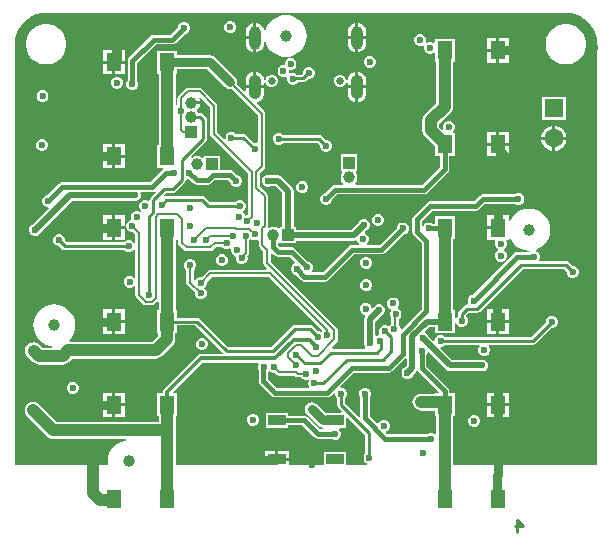
<source format=gbl>
G04*
G04 #@! TF.GenerationSoftware,Altium Limited,Altium Designer,22.10.1 (41)*
G04*
G04 Layer_Physical_Order=4*
G04 Layer_Color=16711680*
%FSLAX44Y44*%
%MOMM*%
G71*
G04*
G04 #@! TF.SameCoordinates,6FA54AF5-B1EA-40D0-AA23-297218595CE5*
G04*
G04*
G04 #@! TF.FilePolarity,Positive*
G04*
G01*
G75*
%ADD13C,0.2540*%
%ADD88C,0.5080*%
%ADD89C,0.7620*%
%ADD90C,1.0160*%
%ADD91C,0.2032*%
%ADD92C,0.3048*%
%ADD96C,0.3810*%
%ADD105R,1.0000X1.0000*%
%ADD106C,1.0000*%
%ADD107R,1.0000X1.0000*%
%ADD108C,0.6500*%
%ADD109O,1.0500X2.1000*%
%ADD110O,1.0000X2.0000*%
%ADD111C,1.6000*%
%ADD112R,1.6000X1.6000*%
%ADD113C,0.6000*%
%ADD114C,0.6600*%
%ADD115R,1.3000X1.5500*%
%ADD116R,1.5000X0.9000*%
G36*
X224170Y221325D02*
X228236Y220349D01*
X232100Y218748D01*
X235666Y216563D01*
X238847Y213847D01*
X241563Y210666D01*
X243748Y207100D01*
X245349Y203236D01*
X246325Y199170D01*
X246652Y195020D01*
X246633Y195000D01*
X246633D01*
X246890Y193712D01*
X247619Y192619D01*
X247024Y191490D01*
X246890Y191288D01*
X246633Y190000D01*
Y-161000D01*
X124673D01*
Y-120032D01*
X126032D01*
Y-100468D01*
X121514D01*
Y-98500D01*
X121209Y-96964D01*
X120338Y-95662D01*
X102098Y-77421D01*
Y-68018D01*
X102350Y-67766D01*
X102950Y-66317D01*
X104289Y-65860D01*
X118726Y-80296D01*
X120238Y-81307D01*
X122022Y-81662D01*
X147105D01*
X147999Y-82032D01*
X150001D01*
X151850Y-81266D01*
X153266Y-79850D01*
X154032Y-78001D01*
Y-75999D01*
X153266Y-74150D01*
X151850Y-72734D01*
X150001Y-71968D01*
X147999D01*
X147105Y-72338D01*
X123953D01*
X113917Y-62302D01*
X114443Y-61032D01*
X115001D01*
X116850Y-60266D01*
X117750Y-59367D01*
X146721D01*
X147247Y-60637D01*
X146734Y-61150D01*
X145968Y-62999D01*
Y-65001D01*
X146734Y-66850D01*
X148150Y-68266D01*
X149999Y-69032D01*
X152001D01*
X153850Y-68266D01*
X155266Y-66850D01*
X156032Y-65001D01*
Y-62999D01*
X155266Y-61150D01*
X154753Y-60637D01*
X155279Y-59367D01*
X192000D01*
X193288Y-59110D01*
X194381Y-58381D01*
X207729Y-45032D01*
X209001D01*
X210850Y-44266D01*
X212266Y-42850D01*
X213032Y-41001D01*
Y-38999D01*
X212266Y-37150D01*
X210850Y-35734D01*
X209001Y-34968D01*
X206999D01*
X205150Y-35734D01*
X203734Y-37150D01*
X202968Y-38999D01*
Y-40271D01*
X190606Y-52633D01*
X117750D01*
X116850Y-51734D01*
X115001Y-50968D01*
X112999D01*
X111150Y-51734D01*
X109734Y-53150D01*
X108968Y-54999D01*
Y-55557D01*
X107698Y-56083D01*
X103502Y-51887D01*
X103131Y-50993D01*
X101716Y-49577D01*
X101076Y-49312D01*
X100778Y-47814D01*
X104181Y-44412D01*
X108968D01*
Y-49532D01*
X126032D01*
Y-41060D01*
X127302Y-40807D01*
X127734Y-41850D01*
X129150Y-43266D01*
X130999Y-44032D01*
X133001D01*
X134850Y-43266D01*
X136266Y-41850D01*
X137032Y-40001D01*
Y-37999D01*
X136266Y-36150D01*
X135367Y-35250D01*
Y-34395D01*
X137476Y-32286D01*
X145081D01*
X146369Y-32029D01*
X147462Y-31300D01*
X183395Y4633D01*
X218605D01*
X220968Y2271D01*
Y999D01*
X221734Y-850D01*
X223150Y-2266D01*
X224999Y-3032D01*
X227001D01*
X228850Y-2266D01*
X230266Y-850D01*
X231032Y999D01*
Y3001D01*
X230266Y4850D01*
X228850Y6266D01*
X227001Y7032D01*
X225729D01*
X222381Y10381D01*
X221288Y11110D01*
X220000Y11367D01*
X198142D01*
X197468Y12637D01*
X198032Y13999D01*
Y16001D01*
X197266Y17850D01*
X195850Y19266D01*
X194425Y19856D01*
X194491Y21204D01*
X195794Y21599D01*
X198863Y23239D01*
X201553Y25447D01*
X203761Y28137D01*
X205401Y31206D01*
X206411Y34537D01*
X206752Y38000D01*
X206411Y41463D01*
X205401Y44794D01*
X203761Y47863D01*
X201553Y50553D01*
X198863Y52761D01*
X195794Y54401D01*
X192463Y55411D01*
X189000Y55753D01*
X185537Y55411D01*
X182206Y54401D01*
X179137Y52761D01*
X176447Y50553D01*
X174239Y47863D01*
X172810Y45189D01*
X171540Y45507D01*
Y50040D01*
X163770D01*
Y39750D01*
X162500D01*
Y38480D01*
X153460D01*
Y29460D01*
X159683D01*
X160459Y28190D01*
X159967Y27002D01*
Y25000D01*
X160733Y23150D01*
X162149Y21735D01*
X162387Y21636D01*
Y20366D01*
X162150Y20268D01*
X160734Y18852D01*
X159968Y17003D01*
Y15001D01*
X160734Y13151D01*
X162150Y11736D01*
X163999Y10970D01*
X166001D01*
X167850Y11736D01*
X169266Y13151D01*
X170032Y15001D01*
Y17003D01*
X169266Y18852D01*
X167850Y20268D01*
X167612Y20366D01*
Y21636D01*
X167850Y21735D01*
X169265Y23150D01*
X170031Y25000D01*
Y27002D01*
X169539Y28190D01*
X170316Y29460D01*
X171540D01*
Y30493D01*
X172810Y30812D01*
X174239Y28137D01*
X176447Y25447D01*
X179137Y23239D01*
X182206Y21599D01*
X185537Y20589D01*
X188629Y20284D01*
X188566Y19014D01*
X179000D01*
X177464Y18709D01*
X176162Y17838D01*
X141355Y-16968D01*
X140999D01*
X139150Y-17734D01*
X137734Y-19150D01*
X136968Y-20999D01*
Y-23001D01*
X137499Y-24282D01*
X136777Y-25552D01*
X136081D01*
X134793Y-25809D01*
X133700Y-26538D01*
X129619Y-30619D01*
X128890Y-31712D01*
X128633Y-33000D01*
Y-35250D01*
X127734Y-36150D01*
X127302Y-37193D01*
X126032Y-36940D01*
Y-29968D01*
X124673D01*
Y29968D01*
X126032D01*
Y49532D01*
X108968D01*
Y43014D01*
X107102D01*
X106850Y43266D01*
X105001Y44032D01*
X102999D01*
X101150Y43266D01*
X99734Y41850D01*
X99284Y40764D01*
X98014Y41017D01*
Y45337D01*
X106663Y53986D01*
X144000D01*
X145536Y54291D01*
X146838Y55162D01*
X151663Y59986D01*
X176898D01*
X177150Y59734D01*
X178999Y58968D01*
X181001D01*
X182850Y59734D01*
X184266Y61150D01*
X185032Y62999D01*
Y65001D01*
X184266Y66850D01*
X182850Y68266D01*
X181001Y69032D01*
X178999D01*
X177150Y68266D01*
X176898Y68014D01*
X150000D01*
X148464Y67709D01*
X147162Y66838D01*
X142337Y62014D01*
X105000D01*
X103464Y61709D01*
X102162Y60838D01*
X91162Y49838D01*
X90291Y48536D01*
X89986Y47000D01*
Y36000D01*
X90291Y34464D01*
X91162Y33162D01*
X97986Y26337D01*
Y-29177D01*
X81302Y-45861D01*
X80032Y-45335D01*
Y-45095D01*
X79266Y-43246D01*
X78559Y-42538D01*
Y-37689D01*
X78752Y-37609D01*
X80168Y-36193D01*
X80934Y-34344D01*
Y-32342D01*
X80168Y-30492D01*
X78752Y-29077D01*
X78245Y-28867D01*
X77997Y-27621D01*
X78267Y-27351D01*
X79033Y-25502D01*
Y-23500D01*
X78267Y-21650D01*
X76851Y-20235D01*
X75002Y-19469D01*
X73000D01*
X71150Y-20235D01*
X69735Y-21650D01*
X68969Y-23500D01*
Y-25502D01*
X69735Y-27351D01*
X71150Y-28767D01*
X71658Y-28977D01*
X71906Y-30223D01*
X71636Y-30492D01*
X70870Y-32342D01*
Y-34344D01*
X71636Y-36193D01*
X72343Y-36900D01*
Y-41750D01*
X72150Y-41830D01*
X70734Y-43246D01*
X70593Y-43586D01*
X69850Y-43734D01*
X68001Y-42968D01*
X65999D01*
X64150Y-43734D01*
X62734Y-45150D01*
X61968Y-46999D01*
Y-49001D01*
X62257Y-49698D01*
X61999Y-50968D01*
X60150Y-51734D01*
X59932Y-51952D01*
X58662Y-51426D01*
Y-39931D01*
X64065Y-34527D01*
X64850Y-34202D01*
X66266Y-32786D01*
X67032Y-30937D01*
Y-28935D01*
X66266Y-27086D01*
X64850Y-25670D01*
X63001Y-24904D01*
X60999D01*
X59150Y-25670D01*
X57734Y-27086D01*
X57318Y-28089D01*
X56706Y-28701D01*
X55533Y-28215D01*
Y-27998D01*
X54767Y-26149D01*
X53351Y-24733D01*
X51502Y-23967D01*
X49500D01*
X47650Y-24733D01*
X46235Y-26149D01*
X45469Y-27998D01*
Y-30000D01*
X46235Y-31850D01*
X47650Y-33265D01*
X49500Y-34031D01*
X49626D01*
X50305Y-35301D01*
X49693Y-36216D01*
X49338Y-38000D01*
Y-56105D01*
X48968Y-56999D01*
Y-59001D01*
X49734Y-60850D01*
X50247Y-61363D01*
X49721Y-62633D01*
X22558D01*
X22032Y-61363D01*
X26246Y-57150D01*
X26919Y-56141D01*
X27156Y-54952D01*
Y-47301D01*
X26919Y-46111D01*
X26246Y-45103D01*
X-29892Y11035D01*
Y17556D01*
X-28719Y18042D01*
X-26838Y16162D01*
X-25536Y15291D01*
X-24000Y14986D01*
X-13663D01*
X-9442Y10766D01*
X-9740Y9268D01*
X-10716Y8863D01*
X-12132Y7448D01*
X-12898Y5598D01*
Y3596D01*
X-12132Y1747D01*
X-10716Y331D01*
X-8867Y-435D01*
X-8511D01*
X-4107Y-4838D01*
X-2804Y-5709D01*
X-1268Y-6014D01*
X16000D01*
X17536Y-5709D01*
X18838Y-4838D01*
X40663Y16986D01*
X64000D01*
X65536Y17291D01*
X66838Y18162D01*
X82645Y33968D01*
X83001D01*
X84850Y34734D01*
X86266Y36150D01*
X87032Y37999D01*
Y40001D01*
X86266Y41850D01*
X84850Y43266D01*
X83001Y44032D01*
X80999D01*
X79150Y43266D01*
X77734Y41850D01*
X76968Y40001D01*
Y39645D01*
X62337Y25014D01*
X51926D01*
X51400Y26284D01*
X52266Y27150D01*
X53032Y28999D01*
Y31001D01*
X52266Y32850D01*
X50850Y34266D01*
X50005Y34616D01*
X49707Y36114D01*
X50956Y37364D01*
X51850Y37734D01*
X53266Y39150D01*
X54032Y40999D01*
Y43001D01*
X53266Y44850D01*
X51850Y46266D01*
X50001Y47032D01*
X47999D01*
X46150Y46266D01*
X44734Y44850D01*
X44364Y43956D01*
X38469Y38061D01*
X-8128D01*
Y40432D01*
X-10498D01*
Y71160D01*
X-10853Y72944D01*
X-11864Y74456D01*
X-20172Y82764D01*
X-21684Y83775D01*
X-23468Y84130D01*
X-30105D01*
X-30999Y84500D01*
X-33001D01*
X-34850Y83734D01*
X-36266Y82318D01*
X-37032Y80469D01*
Y78467D01*
X-36266Y76618D01*
X-34850Y75202D01*
X-33001Y74436D01*
X-30999D01*
X-30105Y74806D01*
X-25399D01*
X-19822Y69229D01*
Y40432D01*
X-22192D01*
Y39504D01*
X-22558Y39352D01*
X-23462Y39096D01*
X-24946Y39953D01*
X-26734Y40432D01*
X-28586D01*
X-30374Y39953D01*
X-31050Y39563D01*
X-31724Y40049D01*
X-32052Y40451D01*
X-31844Y41495D01*
Y66399D01*
X-32081Y67588D01*
X-32754Y68596D01*
X-38828Y74670D01*
Y85777D01*
X-35254Y89351D01*
X-34581Y90359D01*
X-34344Y91548D01*
Y136169D01*
X-34581Y137358D01*
X-35254Y138366D01*
X-41730Y144842D01*
X-41322Y146044D01*
X-41168Y146065D01*
X-39273Y146849D01*
X-37646Y148098D01*
X-36398Y149725D01*
X-35612Y151620D01*
X-35345Y153654D01*
Y157634D01*
X-43202D01*
X-51059D01*
Y155830D01*
X-52232Y155344D01*
X-58307Y161419D01*
X-58043Y162749D01*
X-58496Y165029D01*
X-59787Y166961D01*
X-76788Y183962D01*
X-78720Y185253D01*
X-81000Y185707D01*
X-108968D01*
Y189532D01*
X-126032D01*
Y169968D01*
X-124673D01*
Y110032D01*
X-126032D01*
Y90468D01*
X-121009D01*
X-120827Y90235D01*
X-121103Y88522D01*
X-121257Y88419D01*
X-131663Y78014D01*
X-206438D01*
X-207974Y77709D01*
X-209276Y76838D01*
X-218840Y67275D01*
X-219196D01*
X-221045Y66509D01*
X-222461Y65093D01*
X-223227Y63244D01*
Y61242D01*
X-222461Y59392D01*
X-221045Y57977D01*
X-219196Y57211D01*
X-218178D01*
X-217652Y55941D01*
X-230956Y42636D01*
X-231850Y42266D01*
X-233266Y40850D01*
X-234032Y39001D01*
Y36999D01*
X-233266Y35150D01*
X-231850Y33734D01*
X-230001Y32968D01*
X-227999D01*
X-226150Y33734D01*
X-224734Y35150D01*
X-224364Y36044D01*
X-198069Y62338D01*
X-146895D01*
X-146001Y61968D01*
X-143999D01*
X-142150Y62734D01*
X-140734Y64150D01*
X-139968Y65999D01*
Y68001D01*
X-140264Y68716D01*
X-139416Y69986D01*
X-130000D01*
X-128464Y70291D01*
X-127867Y70690D01*
X-127058Y69704D01*
X-131523Y65238D01*
X-132253Y64146D01*
X-132433Y63239D01*
X-132464Y63198D01*
X-133350Y62639D01*
X-133779Y62527D01*
X-134999Y63032D01*
X-137001D01*
X-138850Y62266D01*
X-140266Y60850D01*
X-141032Y59001D01*
Y56999D01*
X-140266Y55150D01*
X-139300Y54184D01*
X-140150Y53266D01*
X-141999Y54032D01*
X-144001D01*
X-145850Y53266D01*
X-147266Y51850D01*
X-148032Y50001D01*
Y47999D01*
X-147743Y47302D01*
X-148001Y46032D01*
X-149850Y45266D01*
X-151266Y43850D01*
X-152032Y42001D01*
Y39999D01*
X-151266Y38150D01*
X-149850Y36734D01*
X-148001Y35968D01*
X-146363D01*
X-144360Y33965D01*
Y26852D01*
X-145630Y26600D01*
X-145734Y26850D01*
X-147150Y28266D01*
X-148999Y29032D01*
X-151001D01*
X-152850Y28266D01*
X-153750Y27367D01*
X-202605D01*
X-203968Y28729D01*
Y30001D01*
X-204734Y31850D01*
X-206150Y33266D01*
X-207999Y34032D01*
X-210001D01*
X-211850Y33266D01*
X-213266Y31850D01*
X-214032Y30001D01*
Y27999D01*
X-213266Y26150D01*
X-211850Y24734D01*
X-210001Y23968D01*
X-208729D01*
X-206381Y21619D01*
X-205288Y20890D01*
X-204000Y20633D01*
X-153750D01*
X-152850Y19734D01*
X-151001Y18968D01*
X-148999D01*
X-147150Y19734D01*
X-145734Y21150D01*
X-145630Y21400D01*
X-144360Y21148D01*
Y-1976D01*
X-145630Y-2502D01*
X-146398Y-1734D01*
X-148248Y-968D01*
X-150250D01*
X-152099Y-1734D01*
X-153515Y-3150D01*
X-154281Y-4999D01*
Y-7001D01*
X-153515Y-8850D01*
X-152099Y-10266D01*
X-150250Y-11032D01*
X-148248D01*
X-146398Y-10266D01*
X-145630Y-9498D01*
X-144360Y-10024D01*
Y-17300D01*
X-144124Y-18490D01*
X-143450Y-19498D01*
X-137703Y-25245D01*
X-136694Y-25919D01*
X-135505Y-26156D01*
X-130495D01*
X-129306Y-25919D01*
X-128297Y-25245D01*
X-125943Y-22891D01*
X-124673Y-23417D01*
Y-29968D01*
X-126032D01*
Y-49532D01*
X-125040D01*
Y-51895D01*
X-129971Y-56827D01*
X-199997D01*
X-200452Y-55557D01*
X-200447Y-55553D01*
X-198239Y-52863D01*
X-196599Y-49794D01*
X-195589Y-46463D01*
X-195247Y-43000D01*
X-195589Y-39537D01*
X-196599Y-36206D01*
X-198239Y-33137D01*
X-200447Y-30447D01*
X-203137Y-28239D01*
X-206206Y-26599D01*
X-209537Y-25589D01*
X-213000Y-25247D01*
X-216463Y-25589D01*
X-219794Y-26599D01*
X-222863Y-28239D01*
X-225553Y-30447D01*
X-227761Y-33137D01*
X-229401Y-36206D01*
X-230411Y-39537D01*
X-230753Y-43000D01*
X-230411Y-46463D01*
X-229401Y-49794D01*
X-227761Y-52863D01*
X-225553Y-55553D01*
X-222863Y-57761D01*
X-219794Y-59401D01*
X-216463Y-60411D01*
X-214988Y-60557D01*
X-215051Y-61827D01*
X-223030D01*
X-225429Y-59429D01*
X-226914Y-58288D01*
X-228644Y-57572D01*
X-230501Y-57327D01*
X-232357Y-57572D01*
X-234088Y-58288D01*
X-235573Y-59429D01*
X-236713Y-60914D01*
X-237430Y-62644D01*
X-237674Y-64501D01*
X-237430Y-66357D01*
X-236713Y-68088D01*
X-235573Y-69573D01*
X-231074Y-74072D01*
X-229588Y-75212D01*
X-227858Y-75929D01*
X-226002Y-76173D01*
X-206000D01*
X-204143Y-75929D01*
X-202413Y-75212D01*
X-200928Y-74072D01*
X-198029Y-71173D01*
X-127000D01*
X-125143Y-70929D01*
X-123413Y-70212D01*
X-121928Y-69072D01*
X-112794Y-59939D01*
X-111654Y-58453D01*
X-110937Y-56723D01*
X-110693Y-54866D01*
Y-49532D01*
X-108968D01*
Y-43117D01*
X-93645D01*
X-70560Y-66201D01*
X-71046Y-67374D01*
X-89000D01*
X-89000Y-67374D01*
X-90387Y-67650D01*
X-91564Y-68436D01*
X-91564Y-68436D01*
X-120064Y-96936D01*
X-120850Y-98112D01*
X-121126Y-99500D01*
X-121890Y-100468D01*
X-126032D01*
Y-120032D01*
X-124673D01*
Y-124827D01*
X-211029D01*
X-225928Y-109928D01*
X-227413Y-108788D01*
X-229143Y-108071D01*
X-231000Y-107827D01*
X-232857Y-108071D01*
X-234587Y-108788D01*
X-236072Y-109928D01*
X-237212Y-111413D01*
X-237929Y-113143D01*
X-238173Y-115000D01*
X-237929Y-116857D01*
X-237212Y-118587D01*
X-236072Y-120072D01*
X-219072Y-137072D01*
X-217587Y-138212D01*
X-215857Y-138929D01*
X-214000Y-139173D01*
X-152051D01*
X-151988Y-140443D01*
X-153463Y-140589D01*
X-156794Y-141599D01*
X-159863Y-143239D01*
X-162553Y-145447D01*
X-164761Y-148137D01*
X-166401Y-151206D01*
X-167411Y-154537D01*
X-167752Y-158000D01*
X-167550Y-160059D01*
X-168403Y-161000D01*
X-246633D01*
Y193739D01*
X-246633Y193746D01*
X-246633Y195000D01*
X-246556Y196238D01*
X-246325Y199170D01*
X-245349Y203236D01*
X-243748Y207100D01*
X-241563Y210666D01*
X-238847Y213847D01*
X-235666Y216563D01*
X-232100Y218748D01*
X-228236Y220349D01*
X-224170Y221325D01*
X-220072Y221647D01*
X-220000Y221633D01*
X220000D01*
X220072Y221647D01*
X224170Y221325D01*
D02*
G37*
G36*
X-68211Y158538D02*
X-66279Y157246D01*
X-63999Y156793D01*
X-62724Y157046D01*
X-40560Y134882D01*
Y112103D01*
X-41830Y111255D01*
X-42499Y111532D01*
X-43771D01*
X-50619Y118381D01*
X-51712Y119110D01*
X-53000Y119367D01*
X-59250D01*
X-60150Y120266D01*
X-61999Y121032D01*
X-64001D01*
X-65850Y120266D01*
X-67266Y118850D01*
X-68032Y117001D01*
Y115223D01*
X-68653Y114788D01*
X-69205Y114600D01*
X-74892Y120287D01*
Y143000D01*
X-75129Y144189D01*
X-75802Y145197D01*
X-87802Y157198D01*
X-88811Y157871D01*
X-90000Y158108D01*
X-100000D01*
X-101189Y157871D01*
X-102198Y157198D01*
X-107957Y151438D01*
X-108630Y150430D01*
X-108867Y149241D01*
Y143356D01*
X-109057Y143229D01*
X-110327Y143908D01*
Y169968D01*
X-108968D01*
Y173794D01*
X-83467D01*
X-68211Y158538D01*
D02*
G37*
G36*
X-81108Y141713D02*
Y119000D01*
X-80871Y117811D01*
X-80197Y116803D01*
X-49108Y85713D01*
Y50287D01*
X-49363Y50032D01*
X-51001D01*
X-51627Y49773D01*
X-51968Y50001D01*
X-52734Y51850D01*
X-53196Y52312D01*
X-53198Y53686D01*
X-53054Y53830D01*
X-51782Y55102D01*
X-51016Y56951D01*
Y58953D01*
X-51782Y60802D01*
X-53198Y62218D01*
X-55047Y62984D01*
X-57049D01*
X-58898Y62218D01*
X-59798Y61319D01*
X-81558D01*
X-85619Y65381D01*
X-86712Y66110D01*
X-88000Y66367D01*
X-118382D01*
X-119248Y66194D01*
X-119874Y67365D01*
X-118335Y68904D01*
X-112729D01*
X-111441Y69160D01*
X-110349Y69890D01*
X-102836Y77403D01*
X-102106Y78495D01*
X-101850Y79783D01*
Y80396D01*
X-100580Y81244D01*
X-99916Y80969D01*
X-99237D01*
X-95429Y77162D01*
X-94127Y76291D01*
X-92591Y75986D01*
X-83000D01*
X-81464Y76291D01*
X-80162Y77162D01*
X-76900Y80423D01*
X-66309D01*
X-63865Y77978D01*
X-63266Y76532D01*
X-61850Y75117D01*
X-60001Y74351D01*
X-57999D01*
X-56150Y75117D01*
X-54734Y76532D01*
X-53968Y78382D01*
Y80384D01*
X-54734Y82233D01*
X-56150Y83649D01*
X-57999Y84415D01*
X-58948D01*
X-61808Y87275D01*
X-63111Y88146D01*
X-64647Y88451D01*
X-72608D01*
Y100432D01*
X-86672D01*
Y99503D01*
X-87038Y99352D01*
X-87942Y99096D01*
X-89426Y99953D01*
X-91214Y100432D01*
X-93066D01*
X-94854Y99953D01*
X-96458Y99027D01*
X-97284Y99955D01*
X-84619Y112619D01*
X-83890Y113712D01*
X-83633Y115000D01*
Y131000D01*
X-83890Y132288D01*
X-84619Y133381D01*
X-87297Y136059D01*
X-88390Y136788D01*
X-89678Y137045D01*
X-91215D01*
X-91373Y137318D01*
X-92171Y138115D01*
X-92341Y139270D01*
X-92087Y139750D01*
X-90967Y140870D01*
X-89974Y142590D01*
X-89534Y144230D01*
X-97000D01*
Y146770D01*
X-89534D01*
X-89974Y148410D01*
X-90483Y149292D01*
X-89466Y150071D01*
X-81108Y141713D01*
D02*
G37*
G36*
X43263Y28287D02*
X43734Y27150D01*
X44600Y26284D01*
X44074Y25014D01*
X39000D01*
X37464Y24709D01*
X36162Y23838D01*
X14337Y2014D01*
X5790D01*
X5322Y3284D01*
X6032Y4999D01*
Y7001D01*
X5266Y8850D01*
X3850Y10266D01*
X2001Y11032D01*
X1645D01*
X-9162Y21838D01*
X-10464Y22709D01*
X-12000Y23014D01*
X-22337D01*
X-23986Y24663D01*
Y26623D01*
X-23462Y26999D01*
X-22192Y26368D01*
Y26368D01*
X-8128D01*
Y28738D01*
X40400D01*
X41699Y28997D01*
X42312Y28998D01*
X43263Y28287D01*
D02*
G37*
G36*
X-45566Y29596D02*
X-44049Y28968D01*
X-42047D01*
X-41378Y29245D01*
X-40108Y28397D01*
Y25000D01*
X-39871Y23811D01*
X-39197Y22803D01*
X-36108Y19713D01*
Y9747D01*
X-35871Y8558D01*
X-35198Y7550D01*
X-32929Y5281D01*
X-33415Y4108D01*
X-81000D01*
X-82189Y3871D01*
X-83197Y3198D01*
X-88363Y-1968D01*
X-90001D01*
X-91850Y-2734D01*
X-93266Y-4150D01*
X-93622Y-5010D01*
X-94892Y-4757D01*
Y3943D01*
X-93734Y5102D01*
X-92968Y6951D01*
Y8953D01*
X-93734Y10802D01*
X-95150Y12218D01*
X-96999Y12984D01*
X-99001D01*
X-100850Y12218D01*
X-102266Y10802D01*
X-103032Y8953D01*
Y6951D01*
X-102266Y5102D01*
X-101108Y3943D01*
Y-6967D01*
X-100871Y-8156D01*
X-100197Y-9165D01*
X-93999Y-15363D01*
Y-17001D01*
X-93233Y-18850D01*
X-91818Y-20266D01*
X-89968Y-21032D01*
X-87966D01*
X-86117Y-20266D01*
X-84701Y-18850D01*
X-83935Y-17001D01*
Y-14999D01*
X-84701Y-13150D01*
X-85538Y-12313D01*
X-86002Y-11519D01*
X-85538Y-10654D01*
X-84734Y-9850D01*
X-83968Y-8001D01*
Y-6363D01*
X-79713Y-2108D01*
X-31287D01*
X14228Y-47623D01*
X13734Y-48117D01*
X13509Y-48661D01*
X12902Y-48782D01*
X11052Y-48016D01*
X9780D01*
X5614Y-43849D01*
X4522Y-43120D01*
X3233Y-42863D01*
X-9230D01*
X-10518Y-43120D01*
X-11611Y-43849D01*
X-29395Y-61633D01*
X-65606D01*
X-89869Y-37369D01*
X-90962Y-36640D01*
X-92250Y-36383D01*
X-108968D01*
Y-29968D01*
X-110327D01*
Y29070D01*
X-110005Y29392D01*
X-108406Y29371D01*
X-108108Y29054D01*
Y27000D01*
X-107871Y25811D01*
X-107198Y24802D01*
X-103149Y20754D01*
X-102141Y20081D01*
X-100952Y19844D01*
X-81048D01*
X-79859Y20081D01*
X-78850Y20754D01*
X-75870Y23735D01*
X-71166D01*
X-70008Y22577D01*
X-68158Y21811D01*
X-66157D01*
X-64761Y22388D01*
X-64266Y22128D01*
X-63642Y21600D01*
X-63632Y21586D01*
Y19794D01*
X-62866Y17944D01*
X-61451Y16529D01*
X-60359Y16077D01*
X-59475Y14891D01*
Y12889D01*
X-58709Y11040D01*
X-57294Y9624D01*
X-55444Y8858D01*
X-53443D01*
X-51593Y9624D01*
X-50177Y11040D01*
X-49411Y12889D01*
Y14891D01*
X-49619Y15393D01*
X-48820Y16193D01*
X-48146Y17201D01*
X-47909Y18390D01*
Y28895D01*
X-46751Y30054D01*
X-45566Y29596D01*
D02*
G37*
G36*
X-29850Y-82266D02*
X-28001Y-83032D01*
X-26363D01*
X-24677Y-84718D01*
X-23669Y-85391D01*
X-22480Y-85628D01*
X-9804D01*
X-9234Y-86198D01*
X-8226Y-86871D01*
X-7037Y-87108D01*
X-4009D01*
X-2850Y-88266D01*
X-1001Y-89032D01*
X1001D01*
X1493Y-88828D01*
X2465Y-89800D01*
X1968Y-90999D01*
Y-93001D01*
X2678Y-94716D01*
X2210Y-95986D01*
X-24337D01*
X-32101Y-88222D01*
Y-82102D01*
X-31428Y-81429D01*
X-30810Y-81306D01*
X-29850Y-82266D01*
D02*
G37*
G36*
X-40029Y-75896D02*
X-40726Y-77578D01*
Y-79580D01*
X-40129Y-81021D01*
Y-89885D01*
X-39824Y-91421D01*
X-38954Y-92723D01*
X-28838Y-102838D01*
X-27536Y-103709D01*
X-26000Y-104014D01*
X18000D01*
X19536Y-103709D01*
X20838Y-102838D01*
X23712Y-99965D01*
X24968Y-100505D01*
Y-102001D01*
X25734Y-103850D01*
X26633Y-104750D01*
Y-110732D01*
X26890Y-112020D01*
X27619Y-113112D01*
X30302Y-115795D01*
X29816Y-116968D01*
X16392D01*
X9212Y-109788D01*
X7279Y-108497D01*
X5000Y-108043D01*
X2721Y-108497D01*
X788Y-109788D01*
X-503Y-111721D01*
X-957Y-114000D01*
X-503Y-116279D01*
X788Y-118212D01*
X10288Y-127712D01*
X10288Y-127712D01*
X12220Y-129003D01*
X13898Y-129337D01*
X14061Y-129716D01*
X13224Y-130986D01*
X11663D01*
X1338Y-120662D01*
X36Y-119791D01*
X-1500Y-119486D01*
X-14968D01*
Y-116968D01*
X-34032D01*
Y-130032D01*
X-14968D01*
Y-127514D01*
X-3163D01*
X7162Y-137838D01*
X8464Y-138709D01*
X10000Y-139014D01*
X21898D01*
X22150Y-139266D01*
X23999Y-140032D01*
X26001D01*
X27850Y-139266D01*
X29266Y-137850D01*
X30032Y-136001D01*
Y-133999D01*
X29266Y-132150D01*
X28418Y-131302D01*
X28944Y-130032D01*
X34032D01*
Y-121184D01*
X35205Y-120698D01*
X50433Y-135926D01*
Y-151450D01*
X49534Y-152350D01*
X48768Y-154199D01*
Y-156201D01*
X49534Y-158050D01*
X50950Y-159466D01*
X51587Y-159730D01*
X51335Y-161000D01*
X34032D01*
Y-149968D01*
X14968D01*
Y-161000D01*
X-14460D01*
Y-157770D01*
X-24500D01*
X-34540D01*
Y-161000D01*
X-110327D01*
Y-132000D01*
Y-120032D01*
X-108968D01*
Y-100468D01*
X-111681D01*
X-112167Y-99295D01*
X-87498Y-74626D01*
X-40517D01*
X-40029Y-75896D01*
D02*
G37*
G36*
X85338Y-71135D02*
Y-77069D01*
X84044Y-78364D01*
X83150Y-78734D01*
X81734Y-80150D01*
X80968Y-81999D01*
Y-84001D01*
X81734Y-85850D01*
X83150Y-87266D01*
X84999Y-88032D01*
X87001D01*
X88850Y-87266D01*
X90266Y-85850D01*
X90636Y-84956D01*
X93296Y-82296D01*
X93632Y-81794D01*
X94935Y-81698D01*
X95160Y-81794D01*
X95246Y-81923D01*
X112521Y-99198D01*
X111995Y-100468D01*
X108968D01*
Y-100780D01*
X97333D01*
X95476Y-101025D01*
X93746Y-101741D01*
X92261Y-102881D01*
X91121Y-104367D01*
X90404Y-106097D01*
X90160Y-107954D01*
X90404Y-109810D01*
X91121Y-111540D01*
X92261Y-113026D01*
X93746Y-114166D01*
X95476Y-114882D01*
X97333Y-115127D01*
X108968D01*
Y-120032D01*
X110327D01*
Y-134414D01*
X109057Y-134940D01*
X108850Y-134734D01*
X107001Y-133968D01*
X104999D01*
X103150Y-134734D01*
X102898Y-134986D01*
X68852D01*
X67901Y-134034D01*
X68198Y-132536D01*
X68850Y-132266D01*
X70266Y-130850D01*
X71032Y-129001D01*
Y-126999D01*
X70266Y-125150D01*
X68850Y-123734D01*
X67001Y-122968D01*
X64999D01*
X63150Y-123734D01*
X61734Y-125150D01*
X61464Y-125801D01*
X59966Y-126100D01*
X54014Y-120148D01*
Y-104102D01*
X54266Y-103850D01*
X55032Y-102001D01*
Y-99999D01*
X54266Y-98150D01*
X52850Y-96734D01*
X51001Y-95968D01*
X48999D01*
X47150Y-96734D01*
X45734Y-98150D01*
X44968Y-99999D01*
Y-102001D01*
X45734Y-103850D01*
X45986Y-104102D01*
Y-120160D01*
X44716Y-120687D01*
X33367Y-109337D01*
Y-104750D01*
X34266Y-103850D01*
X35032Y-102001D01*
Y-99999D01*
X34266Y-98150D01*
X32850Y-96734D01*
X31001Y-95968D01*
X29505D01*
X28965Y-94712D01*
X40663Y-83014D01*
X70000D01*
X71536Y-82709D01*
X72838Y-81838D01*
X84068Y-70608D01*
X85338Y-71135D01*
D02*
G37*
%LPC*%
G36*
X-17000Y219753D02*
X-20463Y219411D01*
X-23794Y218401D01*
X-26863Y216761D01*
X-29553Y214553D01*
X-31761Y211863D01*
X-33401Y208794D01*
X-34334Y205720D01*
X-35597Y205704D01*
X-35856Y207672D01*
X-36616Y209507D01*
X-37824Y211082D01*
X-39399Y212290D01*
X-41234Y213050D01*
X-41932Y213142D01*
Y200704D01*
Y188266D01*
X-41234Y188358D01*
X-39399Y189118D01*
X-37824Y190326D01*
X-36616Y191901D01*
X-35856Y193736D01*
X-35597Y195704D01*
Y198070D01*
X-34327Y198258D01*
X-33401Y195206D01*
X-31761Y192137D01*
X-29553Y189447D01*
X-26863Y187239D01*
X-23794Y185599D01*
X-20463Y184589D01*
X-17000Y184248D01*
X-13537Y184589D01*
X-10206Y185599D01*
X-7137Y187239D01*
X-4447Y189447D01*
X-2239Y192137D01*
X-599Y195206D01*
X411Y198537D01*
X752Y202000D01*
X411Y205463D01*
X-599Y208794D01*
X-2239Y211863D01*
X-4447Y214553D01*
X-7137Y216761D01*
X-10206Y218401D01*
X-13537Y219411D01*
X-17000Y219753D01*
D02*
G37*
G36*
X-62998Y214281D02*
X-65000D01*
X-66850Y213515D01*
X-68265Y212099D01*
X-69031Y210250D01*
Y208248D01*
X-68265Y206399D01*
X-66850Y204983D01*
X-65000Y204217D01*
X-62998D01*
X-61149Y204983D01*
X-59733Y206399D01*
X-58967Y208248D01*
Y210250D01*
X-59733Y212099D01*
X-61149Y213515D01*
X-62998Y214281D01*
D02*
G37*
G36*
X44468Y213142D02*
Y201974D01*
X50803D01*
Y205704D01*
X50544Y207672D01*
X49784Y209507D01*
X48576Y211082D01*
X47000Y212290D01*
X45166Y213050D01*
X44468Y213142D01*
D02*
G37*
G36*
X41928D02*
X41230Y213050D01*
X39395Y212290D01*
X37820Y211082D01*
X36612Y209507D01*
X35852Y207672D01*
X35593Y205704D01*
Y201974D01*
X41928D01*
Y213142D01*
D02*
G37*
G36*
X-44472D02*
X-45170Y213050D01*
X-47004Y212290D01*
X-48580Y211082D01*
X-49788Y209507D01*
X-50548Y207672D01*
X-50807Y205704D01*
Y201974D01*
X-44472D01*
Y213142D01*
D02*
G37*
G36*
X171540Y200040D02*
X163770D01*
Y191020D01*
X171540D01*
Y200040D01*
D02*
G37*
G36*
X161230D02*
X153460D01*
Y191020D01*
X161230D01*
Y200040D01*
D02*
G37*
G36*
X50803Y199434D02*
X44468D01*
Y188266D01*
X45166Y188358D01*
X47000Y189118D01*
X48576Y190326D01*
X49784Y191901D01*
X50544Y193736D01*
X50803Y195704D01*
Y199434D01*
D02*
G37*
G36*
X41928D02*
X35593D01*
Y195704D01*
X35852Y193736D01*
X36612Y191901D01*
X37820Y190326D01*
X39395Y189118D01*
X41230Y188358D01*
X41928Y188266D01*
Y199434D01*
D02*
G37*
G36*
X-44472D02*
X-50807D01*
Y195704D01*
X-50548Y193736D01*
X-49788Y191901D01*
X-48580Y190326D01*
X-47004Y189118D01*
X-45170Y188358D01*
X-44472Y188266D01*
Y199434D01*
D02*
G37*
G36*
X-153460Y190040D02*
X-161230D01*
Y181020D01*
X-153460D01*
Y190040D01*
D02*
G37*
G36*
X-163770D02*
X-171540D01*
Y181020D01*
X-163770D01*
Y190040D01*
D02*
G37*
G36*
X171540Y188480D02*
X163770D01*
Y179460D01*
X171540D01*
Y188480D01*
D02*
G37*
G36*
X161230D02*
X153460D01*
Y179460D01*
X161230D01*
Y188480D01*
D02*
G37*
G36*
X221677Y212032D02*
X218323D01*
X215032Y211378D01*
X211932Y210094D01*
X209143Y208230D01*
X206770Y205857D01*
X204906Y203068D01*
X203622Y199968D01*
X202968Y196677D01*
Y193323D01*
X203622Y190032D01*
X204906Y186932D01*
X206770Y184143D01*
X209143Y181770D01*
X211932Y179906D01*
X215032Y178622D01*
X218323Y177968D01*
X221677D01*
X224968Y178622D01*
X228068Y179906D01*
X230857Y181770D01*
X233230Y184143D01*
X235094Y186932D01*
X236378Y190032D01*
X237032Y193323D01*
Y196677D01*
X236378Y199968D01*
X235094Y203068D01*
X233230Y205857D01*
X230857Y208230D01*
X228068Y210094D01*
X224968Y211378D01*
X221677Y212032D01*
D02*
G37*
G36*
X-218323D02*
X-221677D01*
X-224968Y211378D01*
X-228068Y210094D01*
X-230857Y208230D01*
X-233230Y205857D01*
X-235094Y203068D01*
X-236378Y199968D01*
X-237032Y196677D01*
Y193323D01*
X-236378Y190032D01*
X-235094Y186932D01*
X-233230Y184143D01*
X-230857Y181770D01*
X-228068Y179906D01*
X-224968Y178622D01*
X-221677Y177968D01*
X-218323D01*
X-215032Y178622D01*
X-211932Y179906D01*
X-209143Y181770D01*
X-206770Y184143D01*
X-204906Y186932D01*
X-203622Y190032D01*
X-202968Y193323D01*
Y196677D01*
X-203622Y199968D01*
X-204906Y203068D01*
X-206770Y205857D01*
X-209143Y208230D01*
X-211932Y210094D01*
X-215032Y211378D01*
X-218323Y212032D01*
D02*
G37*
G36*
X55002Y185031D02*
X53000D01*
X51150Y184265D01*
X49735Y182850D01*
X48969Y181000D01*
Y178998D01*
X49735Y177149D01*
X51150Y175733D01*
X53000Y174967D01*
X55002D01*
X56851Y175733D01*
X58267Y177149D01*
X59033Y178998D01*
Y181000D01*
X58267Y182850D01*
X56851Y184265D01*
X55002Y185031D01*
D02*
G37*
G36*
X-153460Y178480D02*
X-161230D01*
Y169460D01*
X-153460D01*
Y178480D01*
D02*
G37*
G36*
X-163770D02*
X-171540D01*
Y169460D01*
X-163770D01*
Y178480D01*
D02*
G37*
G36*
X41930Y171844D02*
X41166Y171744D01*
X39271Y170959D01*
X37644Y169710D01*
X36395Y168083D01*
X35610Y166188D01*
X35449Y164958D01*
X34180Y164955D01*
X33376Y166896D01*
X31890Y168382D01*
X29949Y169186D01*
X27847D01*
X25906Y168382D01*
X24420Y166896D01*
X23616Y164955D01*
Y162853D01*
X24420Y160912D01*
X25906Y159426D01*
X27847Y158622D01*
X29949D01*
X31890Y159426D01*
X33376Y160912D01*
X34073Y162595D01*
X35343Y162342D01*
Y160174D01*
X41930D01*
Y171844D01*
D02*
G37*
G36*
X-11999Y183032D02*
X-14001D01*
X-15850Y182266D01*
X-17266Y180850D01*
X-18032Y179001D01*
Y177032D01*
X-20001D01*
X-21850Y176266D01*
X-23266Y174850D01*
X-24032Y173001D01*
Y170999D01*
X-23266Y169150D01*
X-21850Y167734D01*
X-20001Y166968D01*
X-17999D01*
X-17044Y167364D01*
X-16688Y167207D01*
X-15882Y166470D01*
Y164849D01*
X-15116Y162999D01*
X-13700Y161584D01*
X-11851Y160818D01*
X-9849D01*
X-7999Y161584D01*
X-6950Y162633D01*
X-2631D01*
X-1342Y162890D01*
X-250Y163619D01*
X1601Y165470D01*
X3499D01*
X5348Y166236D01*
X6764Y167652D01*
X7530Y169501D01*
Y171503D01*
X6764Y173352D01*
X5348Y174768D01*
X3499Y175534D01*
X1497D01*
X-352Y174768D01*
X-1768Y173352D01*
X-2534Y171503D01*
Y170858D01*
X-4025Y169367D01*
X-7250D01*
X-7999Y170116D01*
X-9849Y170882D01*
X-11851D01*
X-12806Y170486D01*
X-13161Y170643D01*
X-13968Y171379D01*
Y172968D01*
X-11999D01*
X-10150Y173734D01*
X-8734Y175150D01*
X-7968Y176999D01*
Y179001D01*
X-8734Y180850D01*
X-10150Y182266D01*
X-11999Y183032D01*
D02*
G37*
G36*
X44470Y171844D02*
Y160174D01*
X51057D01*
Y164154D01*
X50789Y166188D01*
X50005Y168083D01*
X48756Y169710D01*
X47129Y170959D01*
X45234Y171744D01*
X44470Y171844D01*
D02*
G37*
G36*
X-44472D02*
X-45236Y171744D01*
X-47131Y170959D01*
X-48758Y169710D01*
X-50006Y168083D01*
X-50792Y166188D01*
X-51059Y164154D01*
Y160174D01*
X-44472D01*
Y171844D01*
D02*
G37*
G36*
X-41932D02*
Y160174D01*
X-35345D01*
Y162337D01*
X-34075Y162590D01*
X-33380Y160912D01*
X-31894Y159426D01*
X-29953Y158622D01*
X-27851D01*
X-25910Y159426D01*
X-24424Y160912D01*
X-23620Y162853D01*
Y164955D01*
X-24424Y166896D01*
X-25910Y168382D01*
X-27851Y169186D01*
X-29953D01*
X-31894Y168382D01*
X-33380Y166896D01*
X-34184Y164955D01*
X-35451Y164962D01*
X-35612Y166188D01*
X-36398Y168083D01*
X-37646Y169710D01*
X-39273Y170959D01*
X-41168Y171744D01*
X-41932Y171844D01*
D02*
G37*
G36*
X-158998Y167532D02*
X-161000D01*
X-162850Y166765D01*
X-164265Y165350D01*
X-165031Y163500D01*
Y161499D01*
X-164265Y159649D01*
X-162850Y158234D01*
X-161000Y157468D01*
X-158998D01*
X-157149Y158234D01*
X-155733Y159649D01*
X-154967Y161499D01*
Y163500D01*
X-155733Y165350D01*
X-157149Y166765D01*
X-158998Y167532D01*
D02*
G37*
G36*
X-101999Y214032D02*
X-104001D01*
X-105850Y213266D01*
X-107266Y211850D01*
X-108032Y210001D01*
Y209645D01*
X-114663Y203014D01*
X-129000D01*
X-130536Y202709D01*
X-131838Y201838D01*
X-149838Y183838D01*
X-150709Y182536D01*
X-151014Y181000D01*
Y164102D01*
X-151266Y163850D01*
X-152032Y162001D01*
Y159999D01*
X-151266Y158150D01*
X-149850Y156734D01*
X-148001Y155968D01*
X-145999D01*
X-144150Y156734D01*
X-142734Y158150D01*
X-141968Y159999D01*
Y162001D01*
X-142734Y163850D01*
X-142986Y164102D01*
Y179337D01*
X-127337Y194986D01*
X-113000D01*
X-111464Y195291D01*
X-110162Y196162D01*
X-102355Y203968D01*
X-101999D01*
X-100150Y204734D01*
X-98734Y206150D01*
X-97968Y207999D01*
Y210001D01*
X-98734Y211850D01*
X-100150Y213266D01*
X-101999Y214032D01*
D02*
G37*
G36*
X-221999Y156032D02*
X-224001D01*
X-225850Y155266D01*
X-227266Y153850D01*
X-228032Y152001D01*
Y149999D01*
X-227266Y148150D01*
X-225850Y146734D01*
X-224001Y145968D01*
X-221999D01*
X-220150Y146734D01*
X-218734Y148150D01*
X-217968Y149999D01*
Y152001D01*
X-218734Y153850D01*
X-220150Y155266D01*
X-221999Y156032D01*
D02*
G37*
G36*
X51057Y157634D02*
X44470D01*
Y145964D01*
X45234Y146065D01*
X47129Y146849D01*
X48756Y148098D01*
X50005Y149725D01*
X50789Y151620D01*
X51057Y153654D01*
Y157634D01*
D02*
G37*
G36*
X41930D02*
X35343D01*
Y153654D01*
X35610Y151620D01*
X36395Y149725D01*
X37644Y148098D01*
X39271Y146849D01*
X41166Y146065D01*
X41930Y145964D01*
Y157634D01*
D02*
G37*
G36*
X220032Y150732D02*
X199968D01*
Y130668D01*
X220032D01*
Y150732D01*
D02*
G37*
G36*
X211388Y125840D02*
X211270D01*
Y116570D01*
X220540D01*
Y116688D01*
X219822Y119368D01*
X218434Y121772D01*
X216472Y123734D01*
X214068Y125122D01*
X211388Y125840D01*
D02*
G37*
G36*
X208730D02*
X208612D01*
X205932Y125122D01*
X203528Y123734D01*
X201566Y121772D01*
X200178Y119368D01*
X199460Y116688D01*
Y116570D01*
X208730D01*
Y125840D01*
D02*
G37*
G36*
X171540Y120540D02*
X163770D01*
Y111520D01*
X171540D01*
Y120540D01*
D02*
G37*
G36*
X161230D02*
X153460D01*
Y111520D01*
X161230D01*
Y120540D01*
D02*
G37*
G36*
X220540Y114030D02*
X211270D01*
Y104760D01*
X211388D01*
X214068Y105478D01*
X216472Y106866D01*
X218434Y108828D01*
X219822Y111232D01*
X220540Y113912D01*
Y114030D01*
D02*
G37*
G36*
X208730D02*
X199460D01*
Y113912D01*
X200178Y111232D01*
X201566Y108828D01*
X203528Y106866D01*
X205932Y105478D01*
X208612Y104760D01*
X208730D01*
Y114030D01*
D02*
G37*
G36*
X-222371Y114556D02*
X-224372D01*
X-226222Y113789D01*
X-227637Y112374D01*
X-228403Y110524D01*
Y108523D01*
X-227637Y106673D01*
X-226222Y105258D01*
X-224372Y104492D01*
X-222371D01*
X-220521Y105258D01*
X-219106Y106673D01*
X-218340Y108523D01*
Y110524D01*
X-219106Y112374D01*
X-220521Y113789D01*
X-222371Y114556D01*
D02*
G37*
G36*
X-21999Y120032D02*
X-24001D01*
X-25850Y119266D01*
X-27266Y117850D01*
X-28032Y116001D01*
Y113999D01*
X-27266Y112150D01*
X-25850Y110734D01*
X-24001Y109968D01*
X-21999D01*
X-20150Y110734D01*
X-19250Y111633D01*
X9606D01*
X11968Y109271D01*
Y107999D01*
X12734Y106150D01*
X14150Y104734D01*
X15999Y103968D01*
X18001D01*
X19850Y104734D01*
X21266Y106150D01*
X22032Y107999D01*
Y110001D01*
X21266Y111850D01*
X19850Y113266D01*
X18001Y114032D01*
X16729D01*
X13381Y117381D01*
X12288Y118110D01*
X11000Y118367D01*
X-19250D01*
X-20150Y119266D01*
X-21999Y120032D01*
D02*
G37*
G36*
X-153460Y110540D02*
X-161230D01*
Y101520D01*
X-153460D01*
Y110540D01*
D02*
G37*
G36*
X-163770D02*
X-171540D01*
Y101520D01*
X-163770D01*
Y110540D01*
D02*
G37*
G36*
X171540Y108980D02*
X163770D01*
Y99960D01*
X171540D01*
Y108980D01*
D02*
G37*
G36*
X161230D02*
X153460D01*
Y99960D01*
X161230D01*
Y108980D01*
D02*
G37*
G36*
X-153460Y98980D02*
X-161230D01*
Y89960D01*
X-153460D01*
Y98980D01*
D02*
G37*
G36*
X-163770D02*
X-171540D01*
Y89960D01*
X-163770D01*
Y98980D01*
D02*
G37*
G36*
X97500Y203533D02*
X95498D01*
X93648Y202767D01*
X92233Y201352D01*
X91467Y199502D01*
Y197500D01*
X92233Y195651D01*
X93648Y194235D01*
X95498Y193469D01*
X97500D01*
X99054Y194113D01*
X99934Y193459D01*
X100078Y193267D01*
X99968Y193001D01*
Y190999D01*
X100734Y189150D01*
X102150Y187734D01*
X103999Y186968D01*
X106001D01*
X107698Y187671D01*
X108968Y187192D01*
Y179968D01*
X110327D01*
Y145171D01*
X100661Y135506D01*
X99521Y134020D01*
X98805Y132290D01*
X98560Y130433D01*
Y122016D01*
X98805Y120160D01*
X99521Y118430D01*
X100661Y116944D01*
X108968Y108637D01*
Y100468D01*
X113486D01*
Y91163D01*
X98337Y76014D01*
X42125D01*
X41599Y77284D01*
X42187Y77872D01*
X43113Y79476D01*
X43592Y81264D01*
Y83116D01*
X43113Y84904D01*
X42256Y86388D01*
X42512Y87292D01*
X42663Y87658D01*
X43592D01*
Y101722D01*
X29528D01*
Y87658D01*
X30457D01*
X30608Y87292D01*
X30864Y86388D01*
X30007Y84904D01*
X29528Y83116D01*
Y81264D01*
X30007Y79476D01*
X30933Y77872D01*
X31521Y77284D01*
X30995Y76014D01*
X25000D01*
X23464Y75709D01*
X22162Y74838D01*
X16353Y69030D01*
X15998D01*
X14148Y68264D01*
X12732Y66849D01*
X11966Y64999D01*
Y62997D01*
X12732Y61148D01*
X14148Y59732D01*
X15998Y58966D01*
X17999D01*
X19849Y59732D01*
X21264Y61148D01*
X22030Y62997D01*
Y63354D01*
X26663Y67986D01*
X100000D01*
X101536Y68291D01*
X102838Y69162D01*
X120338Y86662D01*
X121209Y87964D01*
X121514Y89500D01*
Y100468D01*
X126032D01*
Y120032D01*
X124944D01*
X124418Y121302D01*
X125266Y122150D01*
X126032Y123999D01*
Y126001D01*
X125266Y127850D01*
X123850Y129266D01*
X122001Y130032D01*
X119999D01*
X118150Y129266D01*
X116734Y127850D01*
X115968Y126001D01*
Y123999D01*
X116164Y123527D01*
X115087Y122808D01*
X112907Y124988D01*
Y127462D01*
X122572Y137127D01*
X123712Y138613D01*
X124429Y140343D01*
X124673Y142199D01*
Y179968D01*
X126032D01*
Y199532D01*
X108968D01*
Y196808D01*
X107698Y196329D01*
X106001Y197032D01*
X103999D01*
X102445Y196388D01*
X101565Y197042D01*
X101420Y197234D01*
X101531Y197500D01*
Y199502D01*
X100765Y201352D01*
X99349Y202767D01*
X97500Y203533D01*
D02*
G37*
G36*
X-1999Y79032D02*
X-4001D01*
X-5850Y78266D01*
X-7266Y76850D01*
X-8032Y75001D01*
Y72999D01*
X-7266Y71150D01*
X-5850Y69734D01*
X-4001Y68968D01*
X-1999D01*
X-150Y69734D01*
X1266Y71150D01*
X2032Y72999D01*
Y75001D01*
X1266Y76850D01*
X-150Y78266D01*
X-1999Y79032D01*
D02*
G37*
G36*
X-153460Y50040D02*
X-161230D01*
Y41020D01*
X-153460D01*
Y50040D01*
D02*
G37*
G36*
X161230Y50040D02*
X153460D01*
Y41020D01*
X161230D01*
Y50040D01*
D02*
G37*
G36*
X-163770Y50040D02*
X-171540D01*
Y41020D01*
X-163770D01*
Y50040D01*
D02*
G37*
G36*
X62001Y51032D02*
X59999D01*
X58150Y50266D01*
X56734Y48850D01*
X55968Y47001D01*
Y44999D01*
X56734Y43150D01*
X58150Y41734D01*
X59999Y40968D01*
X62001D01*
X63850Y41734D01*
X65266Y43150D01*
X66032Y44999D01*
Y47001D01*
X65266Y48850D01*
X63850Y50266D01*
X62001Y51032D01*
D02*
G37*
G36*
X-153460Y38480D02*
X-161230D01*
Y29460D01*
X-153460D01*
Y38480D01*
D02*
G37*
G36*
X-163770D02*
X-171540D01*
Y29460D01*
X-163770D01*
Y38480D01*
D02*
G37*
G36*
X52002Y15033D02*
X50000D01*
X48150Y14267D01*
X46735Y12851D01*
X45969Y11002D01*
Y9000D01*
X46735Y7150D01*
X48150Y5735D01*
X50000Y4969D01*
X52002D01*
X53851Y5735D01*
X55267Y7150D01*
X56033Y9000D01*
Y11002D01*
X55267Y12851D01*
X53851Y14267D01*
X52002Y15033D01*
D02*
G37*
G36*
Y-3967D02*
X50000D01*
X48150Y-4733D01*
X46735Y-6149D01*
X45969Y-7998D01*
Y-10000D01*
X46735Y-11850D01*
X48150Y-13265D01*
X50000Y-14031D01*
X52002D01*
X53851Y-13265D01*
X55267Y-11850D01*
X56033Y-10000D01*
Y-7998D01*
X55267Y-6149D01*
X53851Y-4733D01*
X52002Y-3967D01*
D02*
G37*
G36*
X171540Y-29460D02*
X163770D01*
Y-38480D01*
X171540D01*
Y-29460D01*
D02*
G37*
G36*
X161230D02*
X153460D01*
Y-38480D01*
X161230D01*
Y-29460D01*
D02*
G37*
G36*
X-153460Y-29460D02*
X-161230D01*
Y-38480D01*
X-153460D01*
Y-29460D01*
D02*
G37*
G36*
X-163770D02*
X-171540D01*
Y-38480D01*
X-163770D01*
Y-29460D01*
D02*
G37*
G36*
X171540Y-41020D02*
X163770D01*
Y-50040D01*
X171540D01*
Y-41020D01*
D02*
G37*
G36*
X161230D02*
X153460D01*
Y-50040D01*
X161230D01*
Y-41020D01*
D02*
G37*
G36*
X-153460Y-41020D02*
X-161230D01*
Y-50040D01*
X-153460D01*
Y-41020D01*
D02*
G37*
G36*
X-163770D02*
X-171540D01*
Y-50040D01*
X-163770D01*
Y-41020D01*
D02*
G37*
G36*
X-86999Y-53968D02*
X-89001D01*
X-90850Y-54734D01*
X-92266Y-56150D01*
X-93032Y-57999D01*
Y-60001D01*
X-92266Y-61850D01*
X-90850Y-63266D01*
X-89001Y-64032D01*
X-86999D01*
X-85150Y-63266D01*
X-83734Y-61850D01*
X-82968Y-60001D01*
Y-57999D01*
X-83734Y-56150D01*
X-85150Y-54734D01*
X-86999Y-53968D01*
D02*
G37*
G36*
X-196500Y-90969D02*
X-198502D01*
X-200351Y-91735D01*
X-201767Y-93150D01*
X-202533Y-95000D01*
Y-97002D01*
X-201767Y-98851D01*
X-200351Y-100267D01*
X-198502Y-101033D01*
X-196500D01*
X-194650Y-100267D01*
X-193235Y-98851D01*
X-192469Y-97002D01*
Y-95000D01*
X-193235Y-93150D01*
X-194650Y-91735D01*
X-196500Y-90969D01*
D02*
G37*
G36*
X-153460Y-99960D02*
X-161230D01*
Y-108980D01*
X-153460D01*
Y-99960D01*
D02*
G37*
G36*
X171540D02*
X163770D01*
Y-108980D01*
X171540D01*
Y-99960D01*
D02*
G37*
G36*
X161230D02*
X153460D01*
Y-108980D01*
X161230D01*
Y-99960D01*
D02*
G37*
G36*
X-163770D02*
X-171540D01*
Y-108980D01*
X-163770D01*
Y-99960D01*
D02*
G37*
G36*
X171540Y-111520D02*
X163770D01*
Y-120540D01*
X171540D01*
Y-111520D01*
D02*
G37*
G36*
X161230D02*
X153460D01*
Y-120540D01*
X161230D01*
Y-111520D01*
D02*
G37*
G36*
X-153460D02*
X-161230D01*
Y-120540D01*
X-153460D01*
Y-111520D01*
D02*
G37*
G36*
X-163770D02*
X-171540D01*
Y-120540D01*
X-163770D01*
Y-111520D01*
D02*
G37*
G36*
X143500Y-118969D02*
X141498D01*
X139649Y-119735D01*
X138233Y-121150D01*
X137467Y-123000D01*
Y-125002D01*
X138233Y-126851D01*
X139649Y-128267D01*
X141498Y-129033D01*
X143500D01*
X145350Y-128267D01*
X146765Y-126851D01*
X147531Y-125002D01*
Y-123000D01*
X146765Y-121150D01*
X145350Y-119735D01*
X143500Y-118969D01*
D02*
G37*
G36*
X-70000Y17033D02*
X-72002D01*
X-73851Y16267D01*
X-75267Y14851D01*
X-76033Y13002D01*
Y11000D01*
X-75267Y9150D01*
X-73851Y7735D01*
X-72002Y6969D01*
X-70000D01*
X-68150Y7735D01*
X-66735Y9150D01*
X-65969Y11000D01*
Y13002D01*
X-66735Y14851D01*
X-68150Y16267D01*
X-70000Y17033D01*
D02*
G37*
G36*
X-44000Y-117969D02*
X-46002D01*
X-47851Y-118735D01*
X-49267Y-120150D01*
X-50033Y-122000D01*
Y-124002D01*
X-49267Y-125851D01*
X-47851Y-127267D01*
X-46002Y-128033D01*
X-44000D01*
X-42150Y-127267D01*
X-40735Y-125851D01*
X-39969Y-124002D01*
Y-122000D01*
X-40735Y-120150D01*
X-42150Y-118735D01*
X-44000Y-117969D01*
D02*
G37*
G36*
X-14460Y-149460D02*
X-23230D01*
Y-155230D01*
X-14460D01*
Y-149460D01*
D02*
G37*
G36*
X-25770D02*
X-34540D01*
Y-155230D01*
X-25770D01*
Y-149460D01*
D02*
G37*
%LPD*%
D13*
X-2631Y166000D02*
X1871Y170502D01*
X2498D01*
X-10699Y166000D02*
X-2631D01*
X7000Y-92000D02*
X14636D01*
X30000Y-110732D02*
Y-101000D01*
X11000Y115000D02*
X17000Y109000D01*
X-10850Y165850D02*
X-10699Y166000D01*
X-23000Y115000D02*
X11000D01*
X114000Y-56000D02*
X192000D01*
X132000Y-39000D02*
Y-33000D01*
X136081Y-28919D02*
X145081D01*
X132000Y-33000D02*
X136081Y-28919D01*
X-82952Y57952D02*
X-56048D01*
X-88000Y63000D02*
X-82952Y57952D01*
X-92250Y-39750D02*
X-67000Y-65000D01*
X-117500Y-39750D02*
X-92250D01*
X-67000Y-65000D02*
X-28000D01*
X-9230Y-46230D02*
X3233D01*
X-28000Y-65000D02*
X-9230Y-46230D01*
X-7990Y-68010D02*
X-1000Y-75000D01*
X12000D01*
X-7991Y-68010D02*
X-7990D01*
X67000Y-48000D02*
X72000Y-53000D01*
X63662Y-62338D02*
Y-56662D01*
X63000Y-56000D02*
X63662Y-56662D01*
X60000Y-66000D02*
X63662Y-62338D01*
X21000Y-66000D02*
X60000D01*
X72000Y-65000D02*
Y-53000D01*
X65000Y-72000D02*
X72000Y-65000D01*
X34636Y-72000D02*
X65000D01*
X14636Y-92000D02*
X34636Y-72000D01*
X12000Y-75000D02*
X21000Y-66000D01*
X30000Y-110732D02*
X53800Y-134532D01*
Y-155200D02*
Y-134532D01*
X-204000Y24000D02*
X-150000D01*
X-209000Y29000D02*
X-204000Y24000D01*
X-119729Y72271D02*
X-112729D01*
X-129142Y62858D02*
X-119729Y72271D01*
X-129142Y52858D02*
Y62858D01*
X-122093Y59289D02*
X-118382Y63000D01*
X-112729Y72271D02*
X-105217Y79783D01*
Y96783D01*
X-118382Y63000D02*
X-88000D01*
X-133000Y49000D02*
X-129142Y52858D01*
X-133000Y-17000D02*
Y49000D01*
X-105217Y96783D02*
X-87000Y115000D01*
X3233Y-46230D02*
X10051Y-53048D01*
X-96322Y133678D02*
X-89678D01*
X-87000Y115000D02*
Y131000D01*
X-89678Y133678D02*
X-87000Y131000D01*
X-97000Y133000D02*
X-96322Y133678D01*
X-63000Y116000D02*
X-53000D01*
X-43500Y106500D01*
X192000Y-56000D02*
X208000Y-40000D01*
X220000Y8000D02*
X226000Y2000D01*
X182000Y8000D02*
X220000D01*
X145081Y-28919D02*
X182000Y8000D01*
X179060Y-218363D02*
Y-208207D01*
X184139Y-213285D01*
X177367D01*
D88*
X98865Y-53843D02*
X122022Y-77000D01*
X149000D01*
X54000Y-58000D02*
Y-38000D01*
X62000Y-30000D02*
Y-29936D01*
X54000Y-38000D02*
X62000Y-30000D01*
X-32000Y79468D02*
X-23468D01*
X-15160Y71160D01*
Y33400D02*
Y71160D01*
X-229000Y38000D02*
X-200000Y67000D01*
X-145000D01*
X-15160Y33400D02*
X40400D01*
X49000Y42000D01*
X90000Y-79000D02*
Y-52000D01*
X102250Y-39750D01*
X117500D01*
X86000Y-83000D02*
X90000Y-79000D01*
D89*
X162000Y-189250D02*
Y-170000D01*
X162500D02*
Y-110250D01*
X162000Y-189250D02*
X162500Y-189750D01*
X-37000Y-157000D02*
X-25000D01*
X-24500Y-156500D02*
X-24000Y-156000D01*
X-25000Y-157000D02*
X-24500Y-156500D01*
X14500Y-123500D02*
X24500D01*
X5000Y-114000D02*
X14500Y-123500D01*
X-117500Y179750D02*
X-81000D01*
X-63999Y162749D01*
X163000Y42000D02*
Y54999D01*
X162000Y107000D02*
X170000Y99000D01*
X177000D01*
X162500Y189750D02*
X176500D01*
X-162500Y179750D02*
X-160000Y182250D01*
Y209000D01*
X-176500Y100250D02*
X-162500D01*
X-178000Y39000D02*
X-164000D01*
X-176500Y-39750D02*
X-162500D01*
X-176500Y-110250D02*
X-162500D01*
X162000Y-39000D02*
Y-26001D01*
X163000Y-110000D02*
Y-96000D01*
D90*
X-163750Y-191000D02*
X-162500Y-189750D01*
X-174000Y-191000D02*
X-163750D01*
X-180000Y-185000D02*
Y-154000D01*
Y-185000D02*
X-174000Y-191000D01*
X-162500Y-189750D02*
Y-188500D01*
X-163920Y-187080D02*
X-162500Y-188500D01*
X117500Y-110250D02*
Y-109420D01*
Y-189750D02*
Y-110250D01*
X116080Y112920D02*
X117500Y111500D01*
X105734Y130433D02*
X117500Y142199D01*
X105734Y122016D02*
X114830Y112920D01*
X117500Y110250D02*
Y111500D01*
X114830Y112920D02*
X116080D01*
X105734Y122016D02*
Y130433D01*
X117500Y142199D02*
Y189750D01*
X-117500Y100250D02*
Y179750D01*
X97333Y-107954D02*
X116080D01*
X117500Y-109374D01*
X-206000Y-69000D02*
X-201000Y-64000D01*
X-226002Y-69000D02*
X-206000D01*
X-201000Y-64000D02*
X-127000D01*
X-117866Y-40116D02*
X-117500Y-39750D01*
X-127000Y-64000D02*
X-117866Y-54866D01*
Y-40116D01*
X-230501Y-64501D02*
X-226002Y-69000D01*
X-117500Y-132000D02*
Y-110250D01*
Y-189750D02*
Y-132000D01*
X-214000D02*
X-117500D01*
X-231000Y-115000D02*
X-214000Y-132000D01*
X-117500Y-39750D02*
Y39750D01*
X117500Y-39750D02*
Y39750D01*
D91*
X-50000Y45000D02*
X-46000Y49000D01*
Y87000D01*
X-78000Y119000D02*
X-46000Y87000D01*
X-41936Y87064D02*
X-37452Y91548D01*
X-41936Y73383D02*
X-34952Y66399D01*
X-41936Y73383D02*
Y87064D01*
X-7037Y-84000D02*
X0D01*
X-8517Y-82520D02*
X-7037Y-84000D01*
X-51017Y18390D02*
Y32904D01*
X-37000Y39447D02*
X-34952Y41495D01*
X-48000Y38952D02*
X-43048Y34000D01*
X-34952Y41495D02*
Y66399D01*
X-95000Y29000D02*
X-84904Y39096D01*
X-37000Y25000D02*
Y39447D01*
X-84904Y39096D02*
X-59495D01*
X-59351Y38952D02*
X-48000D01*
X-59495Y39096D02*
X-59351Y38952D01*
X-37000Y25000D02*
X-33000Y21000D01*
Y9747D02*
Y21000D01*
Y9747D02*
X24048Y-47301D01*
X-54443Y14964D02*
X-51017Y18390D01*
X-54443Y13890D02*
Y14964D01*
X-8534Y-60000D02*
X-4000D01*
X-15000Y-66466D02*
X-8534Y-60000D01*
X-15000Y-69912D02*
Y-66466D01*
X75451Y-33794D02*
X75902Y-33343D01*
X75000Y-46096D02*
X75451Y-45645D01*
Y-33794D01*
X24048Y-54952D02*
Y-47301D01*
X10000Y-69000D02*
X24048Y-54952D01*
X5000Y-69000D02*
X10000D01*
X18000Y-50967D02*
Y-47000D01*
X-81000Y1000D02*
X-30000D01*
X18000Y-47000D01*
X-127048Y48762D02*
X-124810Y51000D01*
X-109000D01*
X-105000Y47000D01*
X-98000Y-6967D02*
Y7952D01*
X-77157Y26843D02*
X-67157D01*
X-100952Y22952D02*
X-81048D01*
X-105000Y27000D02*
X-100952Y22952D01*
X-85000Y29000D02*
X-81000Y33000D01*
X-81048Y22952D02*
X-77157Y26843D01*
X-37452Y91548D02*
Y136169D01*
X-63999Y162716D02*
X-37452Y136169D01*
X-62048Y33000D02*
X-62000Y33048D01*
X-81000Y33000D02*
X-62048D01*
X-89000Y-7000D02*
X-81000Y1000D01*
X-63999Y162716D02*
Y162749D01*
X-4000Y-60000D02*
X5000Y-69000D01*
X-15000Y-69912D02*
X-8440Y-76472D01*
X-27000Y-78000D02*
X-22480Y-82520D01*
X-8517D01*
X-100000Y155000D02*
X-90000D01*
X-105759Y149241D02*
X-100000Y155000D01*
X-105759Y138241D02*
Y149241D01*
X-78000Y119000D02*
Y143000D01*
X-90000Y155000D02*
X-78000Y143000D01*
X-98000Y-6967D02*
X-88967Y-16000D01*
X-105000Y27000D02*
Y47000D01*
X-104000Y121000D02*
X-97500D01*
X-97000Y120500D01*
X-105759Y122759D02*
X-104000Y121000D01*
X-105759Y122759D02*
Y138241D01*
X-147000Y41000D02*
X-141253Y35253D01*
Y-17300D02*
X-135505Y-23048D01*
X-130495D01*
X-126952Y-19505D01*
Y14581D01*
X-127048Y14677D02*
X-126952Y14581D01*
X-127048Y14677D02*
Y48762D01*
X-141253Y-17300D02*
Y35253D01*
D92*
X-10428Y-55428D02*
X3160D01*
X-89000Y-71000D02*
X-26000D01*
X-10428Y-55428D01*
X-117500Y-99500D02*
X-89000Y-71000D01*
X3160Y-55428D02*
X8866Y-61134D01*
X-117500Y-110250D02*
Y-99500D01*
D96*
X117500Y-109374D02*
Y-98500D01*
Y-109420D02*
Y-109374D01*
X-147000Y181000D02*
X-129000Y199000D01*
X-113000D02*
X-103000Y209000D01*
X-129000Y199000D02*
X-113000D01*
X104000Y39000D02*
X114000D01*
X98084Y-79084D02*
Y-64916D01*
X-12000Y19000D02*
X1000Y6000D01*
X-24000Y19000D02*
X-12000D01*
X-7866Y4597D02*
X-1268Y-2000D01*
X16000D01*
X39000Y21000D01*
X82000Y-67000D02*
Y-50840D01*
X102000Y-30840D01*
X70000Y-79000D02*
X82000Y-67000D01*
X18000Y-100000D02*
X39000Y-79000D01*
X70000D01*
X-26000Y-100000D02*
X18000D01*
X-36115Y-89885D02*
X-26000Y-100000D01*
X-1500Y-123500D02*
X10000Y-135000D01*
X-24500Y-123500D02*
X-1500D01*
X10000Y-135000D02*
X25000D01*
X-111938Y85581D02*
X-111519Y86000D01*
X-130000Y74000D02*
X-118419Y85581D01*
X-111938D01*
X-78563Y84437D02*
X-64647D01*
X-59593Y79383D02*
X-59000D01*
X-64647Y84437D02*
X-59593Y79383D01*
X-83000Y80000D02*
X-78563Y84437D01*
X-92591Y80000D02*
X-83000D01*
X-98592Y86001D02*
X-92591Y80000D01*
X-98915Y86001D02*
X-98592D01*
X-206438Y74000D02*
X-130000D01*
X-218195Y62243D02*
X-206438Y74000D01*
X-147000Y161000D02*
Y181000D01*
X67190Y-139000D02*
X106000D01*
X50000Y-121810D02*
X67190Y-139000D01*
X50000Y-121810D02*
Y-101000D01*
X64000Y21000D02*
X82000Y39000D01*
X39000Y21000D02*
X64000D01*
X-36115Y-89885D02*
Y-79000D01*
X94000Y47000D02*
X105000Y58000D01*
X94000Y36000D02*
Y47000D01*
Y36000D02*
X102000Y28000D01*
Y-30840D02*
Y28000D01*
X98084Y-79084D02*
X117500Y-98500D01*
X100000Y72000D02*
X117500Y89500D01*
Y110250D01*
X16998Y63998D02*
X25000Y72000D01*
X100000D01*
X150000Y64000D02*
X180000D01*
X144000Y58000D02*
X150000Y64000D01*
X105000Y58000D02*
X144000D01*
X-28000Y33060D02*
X-27660Y33400D01*
X-28000Y23000D02*
Y33060D01*
Y23000D02*
X-24000Y19000D01*
X179000Y15000D02*
X193000D01*
X142000Y-22000D02*
X179000Y15000D01*
D105*
X-97000Y120500D02*
D03*
X36560Y94690D02*
D03*
D106*
X-97000Y133000D02*
D03*
Y145500D02*
D03*
X-213000Y-43000D02*
D03*
X189000Y38000D02*
D03*
X-17000Y202000D02*
D03*
X-150000Y-158000D02*
D03*
X36560Y82190D02*
D03*
X-27660Y33400D02*
D03*
X-92140Y93400D02*
D03*
D107*
X-15160Y33400D02*
D03*
X-79640Y93400D02*
D03*
D108*
X28898Y163904D02*
D03*
X-28902D02*
D03*
D109*
X-43202Y158904D02*
D03*
X43200D02*
D03*
D110*
X-43202Y200704D02*
D03*
X43198D02*
D03*
D111*
X210000Y115300D02*
D03*
D112*
Y140700D02*
D03*
D113*
X177000Y-155000D02*
D03*
X-29000Y-146000D02*
D03*
X-38000Y-139000D02*
D03*
X-45000Y-147000D02*
D03*
X-37000Y-157000D02*
D03*
X-46438Y-156750D02*
D03*
X-104000Y-157000D02*
D03*
X-92000D02*
D03*
X-77000Y-134000D02*
D03*
Y-122000D02*
D03*
Y-110000D02*
D03*
X-73000Y-86000D02*
D03*
X-55000Y-123000D02*
D03*
Y-136000D02*
D03*
Y-147000D02*
D03*
X-57000Y-157000D02*
D03*
X98000Y111000D02*
D03*
X121000Y125000D02*
D03*
X2498Y170502D02*
D03*
X151000Y-64000D02*
D03*
X104000Y39000D02*
D03*
X98865Y-53843D02*
D03*
X98084Y-64916D02*
D03*
X7000Y-92000D02*
D03*
X0Y-84000D02*
D03*
X30000Y-101000D02*
D03*
X54000Y-58000D02*
D03*
X-3000Y123000D02*
D03*
X17000Y109000D02*
D03*
X-10850Y165850D02*
D03*
X-23000Y115000D02*
D03*
X-13000Y178000D02*
D03*
X-19000Y172000D02*
D03*
X-3000Y74000D02*
D03*
X2000Y17000D02*
D03*
X1000Y6000D02*
D03*
X-7866Y4597D02*
D03*
X114000Y-56000D02*
D03*
X132000Y-39000D02*
D03*
X142499Y-124001D02*
D03*
X-98381Y41000D02*
D03*
X49500Y129000D02*
D03*
X-82500Y-156500D02*
D03*
X-93000Y-146000D02*
D03*
X-82500Y-87500D02*
D03*
X-93000Y-98000D02*
D03*
X4999Y-160999D02*
D03*
X-133999Y-36999D02*
D03*
X-51017Y32904D02*
D03*
X-56048Y57952D02*
D03*
X-50000Y45000D02*
D03*
X-41000Y44000D02*
D03*
X-57000Y49000D02*
D03*
X-7991Y-68010D02*
D03*
X-70000Y76500D02*
D03*
X67000Y-48000D02*
D03*
X63000Y-56000D02*
D03*
X75000Y-46096D02*
D03*
X62000Y-29936D02*
D03*
X75902Y-33343D02*
D03*
X5000Y-114000D02*
D03*
X18000Y-50967D02*
D03*
X-209000Y29000D02*
D03*
X-150000Y24000D02*
D03*
X-122093Y59289D02*
D03*
X-136000Y58000D02*
D03*
X-111519Y86000D02*
D03*
X-98000Y7952D02*
D03*
X-71001Y12001D02*
D03*
X-58600Y20795D02*
D03*
X-54443Y13890D02*
D03*
X-67157Y26843D02*
D03*
X-95000Y29000D02*
D03*
X-85000D02*
D03*
X-97765Y56235D02*
D03*
X-143000Y49000D02*
D03*
X-59000Y79383D02*
D03*
X-32000Y79468D02*
D03*
X-98915Y86001D02*
D03*
X-218195Y62243D02*
D03*
X-43048Y34000D02*
D03*
X-62000Y33048D02*
D03*
X-88000Y-59000D02*
D03*
X-145000Y67000D02*
D03*
X-8440Y-76472D02*
D03*
X8598Y-81937D02*
D03*
X-11001Y-90001D02*
D03*
X10051Y-53048D02*
D03*
X-229000Y38000D02*
D03*
X-89000Y-7000D02*
D03*
X-105759Y138241D02*
D03*
X-147000Y161000D02*
D03*
X-63000Y116000D02*
D03*
X-223000Y151000D02*
D03*
X-63999Y162749D02*
D03*
Y209249D02*
D03*
X-103000Y209000D02*
D03*
X-43500Y106500D02*
D03*
X-147000Y41000D02*
D03*
X-133000Y-17000D02*
D03*
X-88967Y-16000D02*
D03*
X106000Y-139000D02*
D03*
X50000Y-101000D02*
D03*
X61000Y46000D02*
D03*
X48000Y30000D02*
D03*
X49000Y42000D02*
D03*
X82000Y39000D02*
D03*
X-27000Y-78000D02*
D03*
X-35694Y-78579D02*
D03*
X97333Y-107954D02*
D03*
X8866Y-61134D02*
D03*
X41999Y-95999D02*
D03*
X16998Y63998D02*
D03*
X54001Y179999D02*
D03*
X105000Y192000D02*
D03*
X96499Y198501D02*
D03*
X165000Y16002D02*
D03*
X164999Y26001D02*
D03*
X180000Y64000D02*
D03*
X163000Y54999D02*
D03*
X74001Y-24501D02*
D03*
X-11001Y-109001D02*
D03*
X177000Y99000D02*
D03*
X176500Y189750D02*
D03*
X-176500Y100250D02*
D03*
X-178000Y39000D02*
D03*
X-176500Y-39750D02*
D03*
Y-110250D02*
D03*
X162000Y-26001D02*
D03*
X-68000Y97000D02*
D03*
X236100Y-116000D02*
D03*
Y-63000D02*
D03*
X225890Y-38999D02*
D03*
X163000Y-96000D02*
D03*
X85999Y-128999D02*
D03*
X142999Y-103001D02*
D03*
X117000Y-86000D02*
D03*
X142000Y-38000D02*
D03*
X88000Y29000D02*
D03*
X132000Y48000D02*
D03*
X37000Y63000D02*
D03*
X79000Y111000D02*
D03*
X60000D02*
D03*
X172000Y78000D02*
D03*
X214000Y97000D02*
D03*
X194000Y98000D02*
D03*
X182000Y125000D02*
D03*
X106000Y145000D02*
D03*
X65000D02*
D03*
X84000D02*
D03*
X-55000Y128000D02*
D03*
X-84000Y209000D02*
D03*
X-122000D02*
D03*
X-141000D02*
D03*
X-160000D02*
D03*
X-179000D02*
D03*
X-223000Y130000D02*
D03*
X-181000Y86000D02*
D03*
X-165000Y-24000D02*
D03*
X-184000Y-23000D02*
D03*
X-134000Y-75000D02*
D03*
X-119000Y-89000D02*
D03*
X-197001Y-76001D02*
D03*
Y-148001D02*
D03*
X-159999Y162500D02*
D03*
X-223372Y109523D02*
D03*
X-149249Y-6000D02*
D03*
X-197501Y-96001D02*
D03*
X51001Y10001D02*
D03*
Y-8999D02*
D03*
X50501Y-28999D02*
D03*
X-45001Y-123001D02*
D03*
X66000Y-128000D02*
D03*
X99000Y-151000D02*
D03*
X86000Y-83000D02*
D03*
X-230501Y-64501D02*
D03*
X-231000Y-115000D02*
D03*
X25000Y-135000D02*
D03*
X53800Y-155200D02*
D03*
X149000Y-77000D02*
D03*
X208000Y-40000D02*
D03*
X226000Y2000D02*
D03*
X193000Y15000D02*
D03*
X142000Y-22000D02*
D03*
X-145250Y134500D02*
D03*
Y122500D02*
D03*
X-133250Y134500D02*
D03*
Y122500D02*
D03*
D114*
X-64500Y-44634D02*
D03*
Y-22634D02*
D03*
Y-33634D02*
D03*
X-20500Y-44634D02*
D03*
Y-22634D02*
D03*
Y-33634D02*
D03*
X-31500Y-55634D02*
D03*
Y-44634D02*
D03*
Y-11634D02*
D03*
Y-22634D02*
D03*
Y-33634D02*
D03*
X-53500Y-55634D02*
D03*
Y-44634D02*
D03*
Y-11634D02*
D03*
Y-22634D02*
D03*
Y-33634D02*
D03*
X-42500Y-55634D02*
D03*
Y-44634D02*
D03*
Y-11634D02*
D03*
Y-22634D02*
D03*
Y-33634D02*
D03*
D115*
X-117500Y-39750D02*
D03*
Y39750D02*
D03*
X-162500Y-39750D02*
D03*
Y39750D02*
D03*
X117500Y189750D02*
D03*
Y110250D02*
D03*
X162500Y189750D02*
D03*
Y110250D02*
D03*
X117500Y-110250D02*
D03*
Y-189750D02*
D03*
X162500Y-110250D02*
D03*
Y-189750D02*
D03*
X-162500Y179750D02*
D03*
Y100250D02*
D03*
X-117500Y179750D02*
D03*
Y100250D02*
D03*
X162500Y-39750D02*
D03*
Y39750D02*
D03*
X117500Y-39750D02*
D03*
Y39750D02*
D03*
X-162500Y-110250D02*
D03*
Y-189750D02*
D03*
X-117500Y-110250D02*
D03*
Y-189750D02*
D03*
D116*
X-24500Y-156500D02*
D03*
Y-123500D02*
D03*
X24500Y-156500D02*
D03*
Y-123500D02*
D03*
M02*

</source>
